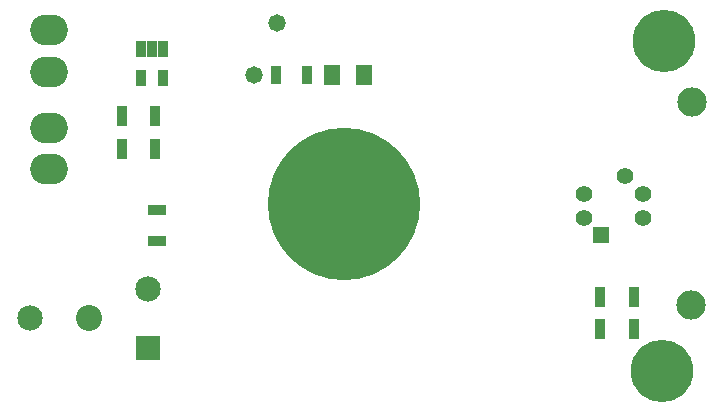
<source format=gbr>
%TF.GenerationSoftware,Altium Limited,Altium Designer,24.6.1 (21)*%
G04 Layer_Color=16711935*
%FSLAX45Y45*%
%MOMM*%
%TF.SameCoordinates,973C4F09-4287-4DA2-A26F-92637CA031E7*%
%TF.FilePolarity,Negative*%
%TF.FileFunction,Soldermask,Bot*%
%TF.Part,Single*%
G01*
G75*
%TA.AperFunction,SMDPad,CuDef*%
%ADD12R,0.95606X1.60981*%
%ADD25R,0.95000X1.70000*%
%ADD28R,1.60981X0.95606*%
%TA.AperFunction,ComponentPad*%
%ADD38R,1.39520X1.39520*%
%ADD39C,1.39520*%
%TA.AperFunction,ViaPad*%
%ADD40C,12.90320*%
%ADD41C,5.28320*%
%TA.AperFunction,ComponentPad*%
%ADD42R,2.15320X2.15320*%
%ADD43C,2.15320*%
%ADD44C,2.20320*%
%TA.AperFunction,ViaPad*%
%ADD45C,2.48920*%
%TA.AperFunction,ComponentPad*%
%ADD46O,3.20320X2.60320*%
%TA.AperFunction,ViaPad*%
%ADD47C,1.47320*%
%TA.AperFunction,SMDPad,CuDef*%
%ADD48R,1.40320X1.70320*%
%ADD49R,0.90320X1.35320*%
D12*
X5108509Y12052300D02*
D03*
X4848291D02*
D03*
D25*
X3823000Y11430000D02*
D03*
X3543000D02*
D03*
X7874300Y9906000D02*
D03*
X7594300D02*
D03*
X7874300Y10172700D02*
D03*
X7594300D02*
D03*
X3542701Y11709400D02*
D03*
X3822700D02*
D03*
D28*
X3835400Y10912409D02*
D03*
Y10652191D02*
D03*
D38*
X7597399Y10699699D02*
D03*
D39*
X7451298Y10845800D02*
D03*
Y11052399D02*
D03*
X7804003Y11198499D02*
D03*
X7950200Y11052399D02*
D03*
Y10845800D02*
D03*
D40*
X5422900Y10960100D02*
D03*
D41*
X8128000Y12344400D02*
D03*
X8115300Y9550400D02*
D03*
D42*
X3763899Y9744898D02*
D03*
D43*
Y10244902D02*
D03*
X2763901Y9994900D02*
D03*
D44*
X3263900D02*
D03*
D45*
X8356600Y10109200D02*
D03*
X8369300Y11823700D02*
D03*
D46*
X2921000Y12433300D02*
D03*
Y12083298D02*
D03*
Y11607800D02*
D03*
Y11257798D02*
D03*
D47*
X4660900Y12059003D02*
D03*
X4851400Y12496800D02*
D03*
D48*
X5317998Y12052300D02*
D03*
X5588000D02*
D03*
D49*
X3702299Y12031401D02*
D03*
X3892301D02*
D03*
Y12276399D02*
D03*
X3797300D02*
D03*
X3702299D02*
D03*
%TF.MD5,d41796455a8682241de5f612657f9b21*%
M02*

</source>
